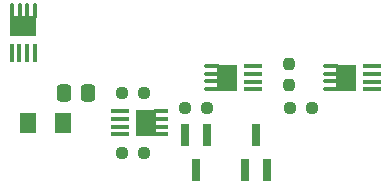
<source format=gbr>
%TF.GenerationSoftware,KiCad,Pcbnew,(6.0.6)*%
%TF.CreationDate,2023-07-05T10:52:05+02:00*%
%TF.ProjectId,ModuleBattery18650,4d6f6475-6c65-4426-9174-746572793138,rev?*%
%TF.SameCoordinates,Original*%
%TF.FileFunction,Paste,Top*%
%TF.FilePolarity,Positive*%
%FSLAX46Y46*%
G04 Gerber Fmt 4.6, Leading zero omitted, Abs format (unit mm)*
G04 Created by KiCad (PCBNEW (6.0.6)) date 2023-07-05 10:52:05*
%MOMM*%
%LPD*%
G01*
G04 APERTURE LIST*
G04 Aperture macros list*
%AMRoundRect*
0 Rectangle with rounded corners*
0 $1 Rounding radius*
0 $2 $3 $4 $5 $6 $7 $8 $9 X,Y pos of 4 corners*
0 Add a 4 corners polygon primitive as box body*
4,1,4,$2,$3,$4,$5,$6,$7,$8,$9,$2,$3,0*
0 Add four circle primitives for the rounded corners*
1,1,$1+$1,$2,$3*
1,1,$1+$1,$4,$5*
1,1,$1+$1,$6,$7*
1,1,$1+$1,$8,$9*
0 Add four rect primitives between the rounded corners*
20,1,$1+$1,$2,$3,$4,$5,0*
20,1,$1+$1,$4,$5,$6,$7,0*
20,1,$1+$1,$6,$7,$8,$9,0*
20,1,$1+$1,$8,$9,$2,$3,0*%
G04 Aperture macros list end*
%ADD10RoundRect,0.237500X0.237500X-0.250000X0.237500X0.250000X-0.237500X0.250000X-0.237500X-0.250000X0*%
%ADD11R,1.425000X1.750000*%
%ADD12RoundRect,0.101250X-0.648750X-0.101250X0.648750X-0.101250X0.648750X0.101250X-0.648750X0.101250X0*%
%ADD13R,1.725000X2.235000*%
%ADD14RoundRect,0.101250X-0.533750X-0.101250X0.533750X-0.101250X0.533750X0.101250X-0.533750X0.101250X0*%
%ADD15RoundRect,0.237500X-0.250000X-0.237500X0.250000X-0.237500X0.250000X0.237500X-0.250000X0.237500X0*%
%ADD16RoundRect,0.101250X0.648750X0.101250X-0.648750X0.101250X-0.648750X-0.101250X0.648750X-0.101250X0*%
%ADD17RoundRect,0.101250X0.533750X0.101250X-0.533750X0.101250X-0.533750X-0.101250X0.533750X-0.101250X0*%
%ADD18RoundRect,0.237500X0.250000X0.237500X-0.250000X0.237500X-0.250000X-0.237500X0.250000X-0.237500X0*%
%ADD19RoundRect,0.101250X0.101250X-0.648750X0.101250X0.648750X-0.101250X0.648750X-0.101250X-0.648750X0*%
%ADD20RoundRect,0.101250X0.101250X-0.533750X0.101250X0.533750X-0.101250X0.533750X-0.101250X-0.533750X0*%
%ADD21R,2.235000X1.725000*%
%ADD22RoundRect,0.250000X-0.337500X-0.475000X0.337500X-0.475000X0.337500X0.475000X-0.337500X0.475000X0*%
%ADD23R,0.800000X1.900000*%
G04 APERTURE END LIST*
D10*
%TO.C,RS2*%
X156134000Y-114628500D03*
X156134000Y-112803500D03*
%TD*%
D11*
%TO.C,F1*%
X134072500Y-117780000D03*
X137047500Y-117780000D03*
%TD*%
D12*
%TO.C,T2*%
X141820000Y-116790000D03*
X141820000Y-117450000D03*
X141820000Y-118110000D03*
X141820000Y-118770000D03*
D13*
X144067500Y-117780000D03*
D14*
X145315000Y-116800000D03*
X145315000Y-118120000D03*
X145315000Y-118780000D03*
X145315000Y-117460000D03*
%TD*%
D15*
%TO.C,RS1*%
X142013500Y-120320000D03*
X143838500Y-120320000D03*
%TD*%
D16*
%TO.C,T5*%
X163207500Y-114960000D03*
X163207500Y-114300000D03*
X163207500Y-113640000D03*
X163207500Y-112980000D03*
D17*
X159712500Y-113630000D03*
X159712500Y-112970000D03*
D13*
X160960000Y-113970000D03*
D17*
X159712500Y-114290000D03*
X159712500Y-114950000D03*
%TD*%
D18*
%TO.C,R3*%
X158062500Y-116510000D03*
X156237500Y-116510000D03*
%TD*%
D19*
%TO.C,T1*%
X132665000Y-111850000D03*
X133325000Y-111850000D03*
X133985000Y-111850000D03*
X134645000Y-111850000D03*
D20*
X134655000Y-108355000D03*
D21*
X133655000Y-109602500D03*
D20*
X133335000Y-108355000D03*
X133995000Y-108355000D03*
X132675000Y-108355000D03*
%TD*%
D22*
%TO.C,C1*%
X137062500Y-115240000D03*
X139137500Y-115240000D03*
%TD*%
D23*
%TO.C,T3*%
X152390000Y-121820000D03*
X154290000Y-121820000D03*
X153340000Y-118820000D03*
%TD*%
%TO.C,U1*%
X149210000Y-118820000D03*
X147310000Y-118820000D03*
X148260000Y-121820000D03*
%TD*%
D15*
%TO.C,R2*%
X147347500Y-116510000D03*
X149172500Y-116510000D03*
%TD*%
%TO.C,R1*%
X142013500Y-115240000D03*
X143838500Y-115240000D03*
%TD*%
D16*
%TO.C,T4*%
X153125000Y-114960000D03*
X153125000Y-114300000D03*
X153125000Y-113640000D03*
X153125000Y-112980000D03*
D13*
X150877500Y-113970000D03*
D17*
X149630000Y-112970000D03*
X149630000Y-114290000D03*
X149630000Y-113630000D03*
X149630000Y-114950000D03*
%TD*%
M02*

</source>
